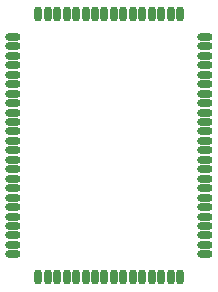
<source format=gts>
%TF.GenerationSoftware,KiCad,Pcbnew,7.0.8*%
%TF.CreationDate,2024-01-22T11:28:36+00:00*%
%TF.ProjectId,Neptune-32x-315-5805-bypass,4e657074-756e-4652-9d33-32782d333135,rev?*%
%TF.SameCoordinates,Original*%
%TF.FileFunction,Soldermask,Top*%
%TF.FilePolarity,Negative*%
%FSLAX46Y46*%
G04 Gerber Fmt 4.6, Leading zero omitted, Abs format (unit mm)*
G04 Created by KiCad (PCBNEW 7.0.8) date 2024-01-22 11:28:36*
%MOMM*%
%LPD*%
G01*
G04 APERTURE LIST*
%ADD10O,1.300000X0.660000*%
%ADD11O,0.660000X1.300000*%
G04 APERTURE END LIST*
D10*
%TO.C,IC1*%
X95019200Y-68580000D03*
X95019200Y-69380000D03*
X95019200Y-70180000D03*
X95019200Y-70980000D03*
X95019200Y-71780000D03*
X95019200Y-72580000D03*
X95019200Y-73380000D03*
X95019200Y-74180000D03*
X95019200Y-74980000D03*
X95019200Y-75780000D03*
X95019200Y-76580000D03*
X95019200Y-77380000D03*
X95019200Y-78180000D03*
X95019200Y-78980000D03*
X95019200Y-79780000D03*
X95019200Y-80580000D03*
X95019200Y-81380000D03*
X95019200Y-82180000D03*
X95019200Y-82980000D03*
X95019200Y-83780000D03*
X95019200Y-84580000D03*
X95019200Y-85380000D03*
X95019200Y-86180000D03*
X95019200Y-86980000D03*
D11*
X97169200Y-88930000D03*
X97969200Y-88930000D03*
X98769200Y-88930000D03*
X99569200Y-88930000D03*
X100369200Y-88930000D03*
X101169200Y-88930000D03*
X101969200Y-88930000D03*
X102769200Y-88930000D03*
X103569200Y-88930000D03*
X104369200Y-88930000D03*
X105169200Y-88930000D03*
X105969200Y-88930000D03*
X106769200Y-88930000D03*
X107569200Y-88930000D03*
X108369200Y-88930000D03*
X109169200Y-88930000D03*
D10*
X111319200Y-86980000D03*
X111319200Y-86180000D03*
X111319200Y-85380000D03*
X111319200Y-84580000D03*
X111319200Y-83780000D03*
X111319200Y-82980000D03*
X111319200Y-82180000D03*
X111319200Y-81380000D03*
X111319200Y-80580000D03*
X111319200Y-79780000D03*
X111319200Y-78980000D03*
X111319200Y-78180000D03*
X111319200Y-77380000D03*
X111319200Y-76580000D03*
X111319200Y-75780000D03*
X111319200Y-74980000D03*
X111319200Y-74180000D03*
X111319200Y-73380000D03*
X111319200Y-72580000D03*
X111319200Y-71780000D03*
X111319200Y-70980000D03*
X111319200Y-70180000D03*
X111319200Y-69380000D03*
X111319200Y-68580000D03*
D11*
X109169200Y-66630000D03*
X108369200Y-66630000D03*
X107569200Y-66630000D03*
X106769200Y-66630000D03*
X105969200Y-66630000D03*
X105169200Y-66630000D03*
X104369200Y-66630000D03*
X103569200Y-66630000D03*
X102769200Y-66630000D03*
X101969200Y-66630000D03*
X101169200Y-66630000D03*
X100369200Y-66630000D03*
X99569200Y-66630000D03*
X98769200Y-66630000D03*
X97969200Y-66630000D03*
X97169200Y-66630000D03*
%TD*%
M02*

</source>
